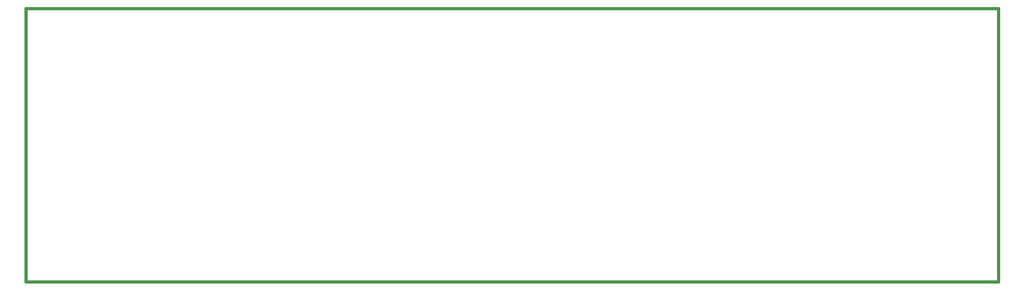
<source format=gbo>
G04 (created by PCBNEW-RS274X (2012-apr-16-27)-stable) date 2013-01-24T21:57:43 CET*
G01*
G70*
G90*
%MOIN*%
G04 Gerber Fmt 3.4, Leading zero omitted, Abs format*
%FSLAX34Y34*%
G04 APERTURE LIST*
%ADD10C,0.006000*%
%ADD11C,0.015000*%
%ADD12C,0.098700*%
%ADD13R,0.075100X0.098700*%
%ADD14R,0.116500X0.071200*%
G04 APERTURE END LIST*
G54D10*
G54D11*
X05827Y-30394D02*
X05827Y-16220D01*
X56220Y-30394D02*
X05827Y-30394D01*
X56220Y-16220D02*
X56220Y-30394D01*
X05827Y-16220D02*
X56220Y-16220D01*
%LPC*%
G54D12*
X09291Y-29134D03*
X50236Y-25039D03*
G54D13*
X07650Y-25157D03*
X07650Y-27441D03*
G54D14*
X06516Y-25226D03*
X06516Y-27372D03*
M02*

</source>
